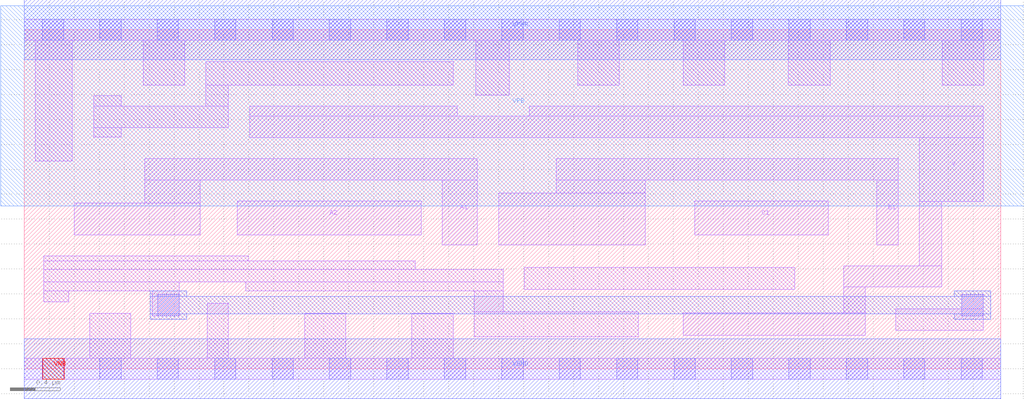
<source format=lef>
# Copyright 2020 The SkyWater PDK Authors
#
# Licensed under the Apache License, Version 2.0 (the "License");
# you may not use this file except in compliance with the License.
# You may obtain a copy of the License at
#
#     https://www.apache.org/licenses/LICENSE-2.0
#
# Unless required by applicable law or agreed to in writing, software
# distributed under the License is distributed on an "AS IS" BASIS,
# WITHOUT WARRANTIES OR CONDITIONS OF ANY KIND, either express or implied.
# See the License for the specific language governing permissions and
# limitations under the License.
#
# SPDX-License-Identifier: Apache-2.0

VERSION 5.7 ;
  NOWIREEXTENSIONATPIN ON ;
  DIVIDERCHAR "/" ;
  BUSBITCHARS "[]" ;
MACRO sky130_fd_sc_hd__o211ai_4
  CLASS CORE ;
  FOREIGN sky130_fd_sc_hd__o211ai_4 ;
  ORIGIN  0.000000  0.000000 ;
  SIZE  7.820000 BY  2.720000 ;
  SYMMETRY X Y R90 ;
  SITE unithd ;
  PIN A1
    ANTENNAGATEAREA  0.990000 ;
    DIRECTION INPUT ;
    USE SIGNAL ;
    PORT
      LAYER li1 ;
        RECT 0.400000 1.075000 1.410000 1.330000 ;
        RECT 0.965000 1.330000 1.410000 1.515000 ;
        RECT 0.965000 1.515000 3.630000 1.685000 ;
        RECT 3.350000 0.995000 3.630000 1.515000 ;
    END
  END A1
  PIN A2
    ANTENNAGATEAREA  0.990000 ;
    DIRECTION INPUT ;
    USE SIGNAL ;
    PORT
      LAYER li1 ;
        RECT 1.705000 1.075000 3.180000 1.345000 ;
    END
  END A2
  PIN B1
    ANTENNAGATEAREA  0.990000 ;
    DIRECTION INPUT ;
    USE SIGNAL ;
    PORT
      LAYER li1 ;
        RECT 3.800000 0.995000 4.975000 1.410000 ;
        RECT 4.260000 1.410000 4.975000 1.515000 ;
        RECT 4.260000 1.515000 7.000000 1.685000 ;
        RECT 6.830000 0.995000 7.000000 1.515000 ;
    END
  END B1
  PIN C1
    ANTENNAGATEAREA  0.990000 ;
    DIRECTION INPUT ;
    USE SIGNAL ;
    PORT
      LAYER li1 ;
        RECT 5.370000 1.075000 6.440000 1.345000 ;
    END
  END C1
  PIN Y
    ANTENNADIFFAREA  2.001000 ;
    DIRECTION OUTPUT ;
    USE SIGNAL ;
    PORT
      LAYER li1 ;
        RECT 1.805000 1.855000 7.680000 2.025000 ;
        RECT 1.805000 2.025000 3.470000 2.105000 ;
        RECT 4.045000 2.025000 7.680000 2.105000 ;
        RECT 5.280000 0.270000 6.735000 0.450000 ;
        RECT 6.565000 0.450000 6.735000 0.655000 ;
        RECT 6.565000 0.655000 7.350000 0.825000 ;
        RECT 7.170000 0.825000 7.350000 1.340000 ;
        RECT 7.170000 1.340000 7.680000 1.855000 ;
    END
  END Y
  PIN VGND
    DIRECTION INOUT ;
    SHAPE ABUTMENT ;
    USE GROUND ;
    PORT
      LAYER met1 ;
        RECT 0.000000 -0.240000 7.820000 0.240000 ;
    END
  END VGND
  PIN VNB
    DIRECTION INOUT ;
    USE GROUND ;
    PORT
      LAYER pwell ;
        RECT 0.150000 -0.085000 0.320000 0.085000 ;
    END
  END VNB
  PIN VPB
    DIRECTION INOUT ;
    USE POWER ;
    PORT
      LAYER nwell ;
        RECT -0.190000 1.305000 8.010000 2.910000 ;
    END
  END VPB
  PIN VPWR
    DIRECTION INOUT ;
    SHAPE ABUTMENT ;
    USE POWER ;
    PORT
      LAYER met1 ;
        RECT 0.000000 2.480000 7.820000 2.960000 ;
    END
  END VPWR
  OBS
    LAYER li1 ;
      RECT 0.000000 -0.085000 7.820000 0.085000 ;
      RECT 0.000000  2.635000 7.820000 2.805000 ;
      RECT 0.090000  1.665000 0.385000 2.635000 ;
      RECT 0.155000  0.535000 0.355000 0.625000 ;
      RECT 0.155000  0.625000 1.240000 0.695000 ;
      RECT 0.155000  0.695000 3.835000 0.795000 ;
      RECT 0.155000  0.795000 3.130000 0.865000 ;
      RECT 0.155000  0.865000 1.795000 0.905000 ;
      RECT 0.525000  0.085000 0.855000 0.445000 ;
      RECT 0.555000  1.860000 0.775000 1.935000 ;
      RECT 0.555000  1.935000 1.635000 2.105000 ;
      RECT 0.555000  2.105000 0.775000 2.190000 ;
      RECT 0.955000  2.275000 1.285000 2.635000 ;
      RECT 1.025000  0.425000 1.240000 0.625000 ;
      RECT 1.455000  2.105000 1.635000 2.275000 ;
      RECT 1.455000  2.275000 3.435000 2.465000 ;
      RECT 1.465000  0.085000 1.635000 0.525000 ;
      RECT 1.775000  0.625000 3.835000 0.695000 ;
      RECT 2.245000  0.085000 2.575000 0.445000 ;
      RECT 3.105000  0.085000 3.435000 0.445000 ;
      RECT 3.605000  0.255000 4.920000 0.455000 ;
      RECT 3.605000  0.455000 3.835000 0.625000 ;
      RECT 3.615000  2.195000 3.885000 2.635000 ;
      RECT 4.005000  0.635000 6.170000 0.815000 ;
      RECT 4.435000  2.275000 4.765000 2.635000 ;
      RECT 5.280000  2.275000 5.610000 2.635000 ;
      RECT 6.120000  2.275000 6.455000 2.635000 ;
      RECT 6.980000  0.310000 7.680000 0.480000 ;
      RECT 7.355000  2.275000 7.685000 2.635000 ;
      RECT 7.510000  0.480000 7.680000 0.595000 ;
    LAYER mcon ;
      RECT 0.145000 -0.085000 0.315000 0.085000 ;
      RECT 0.145000  2.635000 0.315000 2.805000 ;
      RECT 0.605000 -0.085000 0.775000 0.085000 ;
      RECT 0.605000  2.635000 0.775000 2.805000 ;
      RECT 1.065000 -0.085000 1.235000 0.085000 ;
      RECT 1.065000  2.635000 1.235000 2.805000 ;
      RECT 1.070000  0.425000 1.240000 0.595000 ;
      RECT 1.525000 -0.085000 1.695000 0.085000 ;
      RECT 1.525000  2.635000 1.695000 2.805000 ;
      RECT 1.985000 -0.085000 2.155000 0.085000 ;
      RECT 1.985000  2.635000 2.155000 2.805000 ;
      RECT 2.445000 -0.085000 2.615000 0.085000 ;
      RECT 2.445000  2.635000 2.615000 2.805000 ;
      RECT 2.905000 -0.085000 3.075000 0.085000 ;
      RECT 2.905000  2.635000 3.075000 2.805000 ;
      RECT 3.365000 -0.085000 3.535000 0.085000 ;
      RECT 3.365000  2.635000 3.535000 2.805000 ;
      RECT 3.825000 -0.085000 3.995000 0.085000 ;
      RECT 3.825000  2.635000 3.995000 2.805000 ;
      RECT 4.285000 -0.085000 4.455000 0.085000 ;
      RECT 4.285000  2.635000 4.455000 2.805000 ;
      RECT 4.745000 -0.085000 4.915000 0.085000 ;
      RECT 4.745000  2.635000 4.915000 2.805000 ;
      RECT 5.205000 -0.085000 5.375000 0.085000 ;
      RECT 5.205000  2.635000 5.375000 2.805000 ;
      RECT 5.665000 -0.085000 5.835000 0.085000 ;
      RECT 5.665000  2.635000 5.835000 2.805000 ;
      RECT 6.125000 -0.085000 6.295000 0.085000 ;
      RECT 6.125000  2.635000 6.295000 2.805000 ;
      RECT 6.585000 -0.085000 6.755000 0.085000 ;
      RECT 6.585000  2.635000 6.755000 2.805000 ;
      RECT 7.045000 -0.085000 7.215000 0.085000 ;
      RECT 7.045000  2.635000 7.215000 2.805000 ;
      RECT 7.505000 -0.085000 7.675000 0.085000 ;
      RECT 7.505000  2.635000 7.675000 2.805000 ;
      RECT 7.510000  0.425000 7.680000 0.595000 ;
    LAYER met1 ;
      RECT 1.010000 0.395000 1.300000 0.440000 ;
      RECT 1.010000 0.440000 7.740000 0.580000 ;
      RECT 1.010000 0.580000 1.300000 0.625000 ;
      RECT 7.450000 0.395000 7.740000 0.440000 ;
      RECT 7.450000 0.580000 7.740000 0.625000 ;
  END
END sky130_fd_sc_hd__o211ai_4
END LIBRARY

</source>
